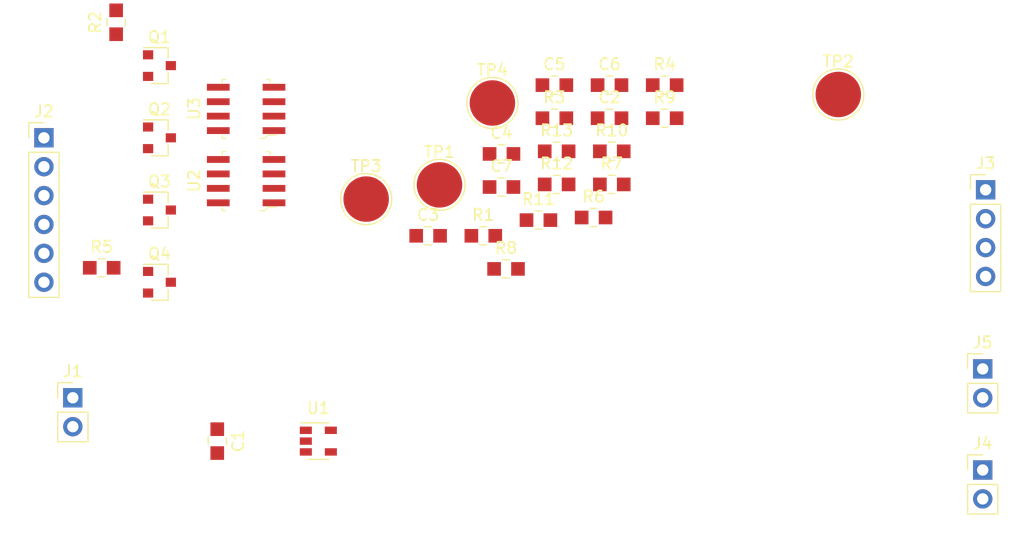
<source format=kicad_pcb>
(kicad_pcb (version 20171130) (host pcbnew 5.1.5-52549c5~84~ubuntu16.04.1)

  (general
    (thickness 1.6)
    (drawings 0)
    (tracks 0)
    (zones 0)
    (modules 36)
    (nets 24)
  )

  (page A4)
  (layers
    (0 F.Cu signal)
    (31 B.Cu signal)
    (32 B.Adhes user)
    (33 F.Adhes user)
    (34 B.Paste user)
    (35 F.Paste user)
    (36 B.SilkS user)
    (37 F.SilkS user)
    (38 B.Mask user)
    (39 F.Mask user)
    (40 Dwgs.User user)
    (41 Cmts.User user)
    (42 Eco1.User user)
    (43 Eco2.User user)
    (44 Edge.Cuts user)
    (45 Margin user)
    (46 B.CrtYd user)
    (47 F.CrtYd user)
    (48 B.Fab user)
    (49 F.Fab user)
  )

  (setup
    (last_trace_width 0.25)
    (trace_clearance 0.2)
    (zone_clearance 0.508)
    (zone_45_only no)
    (trace_min 0.2)
    (via_size 0.8)
    (via_drill 0.4)
    (via_min_size 0.4)
    (via_min_drill 0.3)
    (uvia_size 0.3)
    (uvia_drill 0.1)
    (uvias_allowed no)
    (uvia_min_size 0.2)
    (uvia_min_drill 0.1)
    (edge_width 0.05)
    (segment_width 0.2)
    (pcb_text_width 0.3)
    (pcb_text_size 1.5 1.5)
    (mod_edge_width 0.12)
    (mod_text_size 1 1)
    (mod_text_width 0.15)
    (pad_size 1.524 1.524)
    (pad_drill 0.762)
    (pad_to_mask_clearance 0.051)
    (solder_mask_min_width 0.25)
    (aux_axis_origin 0 0)
    (visible_elements FFFFFF7F)
    (pcbplotparams
      (layerselection 0x010fc_ffffffff)
      (usegerberextensions false)
      (usegerberattributes false)
      (usegerberadvancedattributes false)
      (creategerberjobfile false)
      (excludeedgelayer true)
      (linewidth 0.100000)
      (plotframeref false)
      (viasonmask false)
      (mode 1)
      (useauxorigin false)
      (hpglpennumber 1)
      (hpglpenspeed 20)
      (hpglpendiameter 15.000000)
      (psnegative false)
      (psa4output false)
      (plotreference true)
      (plotvalue true)
      (plotinvisibletext false)
      (padsonsilk false)
      (subtractmaskfromsilk false)
      (outputformat 1)
      (mirror false)
      (drillshape 1)
      (scaleselection 1)
      (outputdirectory ""))
  )

  (net 0 "")
  (net 1 +12V)
  (net 2 GND)
  (net 3 /12V_EL_2)
  (net 4 /12V_EL_1)
  (net 5 /12V_AZ_2)
  (net 6 /12V_AZ_1)
  (net 7 "Net-(C6-Pad1)")
  (net 8 +5V)
  (net 9 /5V_EL_2)
  (net 10 /5V_EL_1)
  (net 11 /5V_AZ_2)
  (net 12 /5V_AZ_1)
  (net 13 "Net-(Q1-Pad3)")
  (net 14 "Net-(Q2-Pad3)")
  (net 15 "Net-(Q3-Pad3)")
  (net 16 "Net-(Q4-Pad3)")
  (net 17 "Net-(R1-Pad1)")
  (net 18 "Net-(R6-Pad1)")
  (net 19 "Net-(R7-Pad1)")
  (net 20 "Net-(R8-Pad1)")
  (net 21 "Net-(R9-Pad1)")
  (net 22 "Net-(J5-Pad2)")
  (net 23 "Net-(J5-Pad1)")

  (net_class Default "This is the default net class."
    (clearance 0.2)
    (trace_width 0.25)
    (via_dia 0.8)
    (via_drill 0.4)
    (uvia_dia 0.3)
    (uvia_drill 0.1)
    (add_net +12V)
    (add_net +5V)
    (add_net /12V_AZ_1)
    (add_net /12V_AZ_2)
    (add_net /12V_EL_1)
    (add_net /12V_EL_2)
    (add_net /5V_AZ_1)
    (add_net /5V_AZ_2)
    (add_net /5V_EL_1)
    (add_net /5V_EL_2)
    (add_net GND)
    (add_net "Net-(C6-Pad1)")
    (add_net "Net-(J5-Pad1)")
    (add_net "Net-(J5-Pad2)")
    (add_net "Net-(Q1-Pad3)")
    (add_net "Net-(Q2-Pad3)")
    (add_net "Net-(Q3-Pad3)")
    (add_net "Net-(Q4-Pad3)")
    (add_net "Net-(R1-Pad1)")
    (add_net "Net-(R6-Pad1)")
    (add_net "Net-(R7-Pad1)")
    (add_net "Net-(R8-Pad1)")
    (add_net "Net-(R9-Pad1)")
  )

  (module Connector_PinHeader_2.54mm:PinHeader_1x02_P2.54mm_Vertical (layer F.Cu) (tedit 59FED5CC) (tstamp 5E201207)
    (at 176.53 105.41)
    (descr "Through hole straight pin header, 1x02, 2.54mm pitch, single row")
    (tags "Through hole pin header THT 1x02 2.54mm single row")
    (path /5E224E89)
    (fp_text reference J5 (at 0 -2.33) (layer F.SilkS)
      (effects (font (size 1 1) (thickness 0.15)))
    )
    (fp_text value 12V_OUT (at 0 4.87) (layer F.Fab)
      (effects (font (size 1 1) (thickness 0.15)))
    )
    (fp_text user %R (at 0 1.27 90) (layer F.Fab)
      (effects (font (size 1 1) (thickness 0.15)))
    )
    (fp_line (start 1.8 -1.8) (end -1.8 -1.8) (layer F.CrtYd) (width 0.05))
    (fp_line (start 1.8 4.35) (end 1.8 -1.8) (layer F.CrtYd) (width 0.05))
    (fp_line (start -1.8 4.35) (end 1.8 4.35) (layer F.CrtYd) (width 0.05))
    (fp_line (start -1.8 -1.8) (end -1.8 4.35) (layer F.CrtYd) (width 0.05))
    (fp_line (start -1.33 -1.33) (end 0 -1.33) (layer F.SilkS) (width 0.12))
    (fp_line (start -1.33 0) (end -1.33 -1.33) (layer F.SilkS) (width 0.12))
    (fp_line (start -1.33 1.27) (end 1.33 1.27) (layer F.SilkS) (width 0.12))
    (fp_line (start 1.33 1.27) (end 1.33 3.87) (layer F.SilkS) (width 0.12))
    (fp_line (start -1.33 1.27) (end -1.33 3.87) (layer F.SilkS) (width 0.12))
    (fp_line (start -1.33 3.87) (end 1.33 3.87) (layer F.SilkS) (width 0.12))
    (fp_line (start -1.27 -0.635) (end -0.635 -1.27) (layer F.Fab) (width 0.1))
    (fp_line (start -1.27 3.81) (end -1.27 -0.635) (layer F.Fab) (width 0.1))
    (fp_line (start 1.27 3.81) (end -1.27 3.81) (layer F.Fab) (width 0.1))
    (fp_line (start 1.27 -1.27) (end 1.27 3.81) (layer F.Fab) (width 0.1))
    (fp_line (start -0.635 -1.27) (end 1.27 -1.27) (layer F.Fab) (width 0.1))
    (pad 2 thru_hole oval (at 0 2.54) (size 1.7 1.7) (drill 1) (layers *.Cu *.Mask)
      (net 22 "Net-(J5-Pad2)"))
    (pad 1 thru_hole rect (at 0 0) (size 1.7 1.7) (drill 1) (layers *.Cu *.Mask)
      (net 23 "Net-(J5-Pad1)"))
    (model ${KISYS3DMOD}/Connector_PinHeader_2.54mm.3dshapes/PinHeader_1x02_P2.54mm_Vertical.wrl
      (at (xyz 0 0 0))
      (scale (xyz 1 1 1))
      (rotate (xyz 0 0 0))
    )
  )

  (module Connector_PinHeader_2.54mm:PinHeader_1x02_P2.54mm_Vertical (layer F.Cu) (tedit 59FED5CC) (tstamp 5E2011F1)
    (at 176.53 114.3)
    (descr "Through hole straight pin header, 1x02, 2.54mm pitch, single row")
    (tags "Through hole pin header THT 1x02 2.54mm single row")
    (path /5E227D85)
    (fp_text reference J4 (at 0 -2.33) (layer F.SilkS)
      (effects (font (size 1 1) (thickness 0.15)))
    )
    (fp_text value 5V_OUT (at 0 4.87) (layer F.Fab)
      (effects (font (size 1 1) (thickness 0.15)))
    )
    (fp_text user %R (at 0 1.27 90) (layer F.Fab)
      (effects (font (size 1 1) (thickness 0.15)))
    )
    (fp_line (start 1.8 -1.8) (end -1.8 -1.8) (layer F.CrtYd) (width 0.05))
    (fp_line (start 1.8 4.35) (end 1.8 -1.8) (layer F.CrtYd) (width 0.05))
    (fp_line (start -1.8 4.35) (end 1.8 4.35) (layer F.CrtYd) (width 0.05))
    (fp_line (start -1.8 -1.8) (end -1.8 4.35) (layer F.CrtYd) (width 0.05))
    (fp_line (start -1.33 -1.33) (end 0 -1.33) (layer F.SilkS) (width 0.12))
    (fp_line (start -1.33 0) (end -1.33 -1.33) (layer F.SilkS) (width 0.12))
    (fp_line (start -1.33 1.27) (end 1.33 1.27) (layer F.SilkS) (width 0.12))
    (fp_line (start 1.33 1.27) (end 1.33 3.87) (layer F.SilkS) (width 0.12))
    (fp_line (start -1.33 1.27) (end -1.33 3.87) (layer F.SilkS) (width 0.12))
    (fp_line (start -1.33 3.87) (end 1.33 3.87) (layer F.SilkS) (width 0.12))
    (fp_line (start -1.27 -0.635) (end -0.635 -1.27) (layer F.Fab) (width 0.1))
    (fp_line (start -1.27 3.81) (end -1.27 -0.635) (layer F.Fab) (width 0.1))
    (fp_line (start 1.27 3.81) (end -1.27 3.81) (layer F.Fab) (width 0.1))
    (fp_line (start 1.27 -1.27) (end 1.27 3.81) (layer F.Fab) (width 0.1))
    (fp_line (start -0.635 -1.27) (end 1.27 -1.27) (layer F.Fab) (width 0.1))
    (pad 2 thru_hole oval (at 0 2.54) (size 1.7 1.7) (drill 1) (layers *.Cu *.Mask)
      (net 2 GND))
    (pad 1 thru_hole rect (at 0 0) (size 1.7 1.7) (drill 1) (layers *.Cu *.Mask)
      (net 8 +5V))
    (model ${KISYS3DMOD}/Connector_PinHeader_2.54mm.3dshapes/PinHeader_1x02_P2.54mm_Vertical.wrl
      (at (xyz 0 0 0))
      (scale (xyz 1 1 1))
      (rotate (xyz 0 0 0))
    )
  )

  (module Connector_PinHeader_2.54mm:PinHeader_1x06_P2.54mm_Vertical (layer F.Cu) (tedit 59FED5CC) (tstamp 5E2008CB)
    (at 93.98 85.09)
    (descr "Through hole straight pin header, 1x06, 2.54mm pitch, single row")
    (tags "Through hole pin header THT 1x06 2.54mm single row")
    (path /5E209B78)
    (fp_text reference J2 (at 0 -2.33) (layer F.SilkS)
      (effects (font (size 1 1) (thickness 0.15)))
    )
    (fp_text value QUAD_12V (at 0 15.03) (layer F.Fab)
      (effects (font (size 1 1) (thickness 0.15)))
    )
    (fp_text user %R (at 0 6.35 90) (layer F.Fab)
      (effects (font (size 1 1) (thickness 0.15)))
    )
    (fp_line (start 1.8 -1.8) (end -1.8 -1.8) (layer F.CrtYd) (width 0.05))
    (fp_line (start 1.8 14.5) (end 1.8 -1.8) (layer F.CrtYd) (width 0.05))
    (fp_line (start -1.8 14.5) (end 1.8 14.5) (layer F.CrtYd) (width 0.05))
    (fp_line (start -1.8 -1.8) (end -1.8 14.5) (layer F.CrtYd) (width 0.05))
    (fp_line (start -1.33 -1.33) (end 0 -1.33) (layer F.SilkS) (width 0.12))
    (fp_line (start -1.33 0) (end -1.33 -1.33) (layer F.SilkS) (width 0.12))
    (fp_line (start -1.33 1.27) (end 1.33 1.27) (layer F.SilkS) (width 0.12))
    (fp_line (start 1.33 1.27) (end 1.33 14.03) (layer F.SilkS) (width 0.12))
    (fp_line (start -1.33 1.27) (end -1.33 14.03) (layer F.SilkS) (width 0.12))
    (fp_line (start -1.33 14.03) (end 1.33 14.03) (layer F.SilkS) (width 0.12))
    (fp_line (start -1.27 -0.635) (end -0.635 -1.27) (layer F.Fab) (width 0.1))
    (fp_line (start -1.27 13.97) (end -1.27 -0.635) (layer F.Fab) (width 0.1))
    (fp_line (start 1.27 13.97) (end -1.27 13.97) (layer F.Fab) (width 0.1))
    (fp_line (start 1.27 -1.27) (end 1.27 13.97) (layer F.Fab) (width 0.1))
    (fp_line (start -0.635 -1.27) (end 1.27 -1.27) (layer F.Fab) (width 0.1))
    (pad 6 thru_hole oval (at 0 12.7) (size 1.7 1.7) (drill 1) (layers *.Cu *.Mask)
      (net 2 GND))
    (pad 5 thru_hole oval (at 0 10.16) (size 1.7 1.7) (drill 1) (layers *.Cu *.Mask)
      (net 1 +12V))
    (pad 4 thru_hole oval (at 0 7.62) (size 1.7 1.7) (drill 1) (layers *.Cu *.Mask)
      (net 6 /12V_AZ_1))
    (pad 3 thru_hole oval (at 0 5.08) (size 1.7 1.7) (drill 1) (layers *.Cu *.Mask)
      (net 5 /12V_AZ_2))
    (pad 2 thru_hole oval (at 0 2.54) (size 1.7 1.7) (drill 1) (layers *.Cu *.Mask)
      (net 4 /12V_EL_1))
    (pad 1 thru_hole rect (at 0 0) (size 1.7 1.7) (drill 1) (layers *.Cu *.Mask)
      (net 3 /12V_EL_2))
    (model ${KISYS3DMOD}/Connector_PinHeader_2.54mm.3dshapes/PinHeader_1x06_P2.54mm_Vertical.wrl
      (at (xyz 0 0 0))
      (scale (xyz 1 1 1))
      (rotate (xyz 0 0 0))
    )
  )

  (module digikey-footprints:0805 (layer F.Cu) (tedit 5D288D36) (tstamp 5E20573C)
    (at 109.22 111.76 270)
    (path /5E2B45A6)
    (attr smd)
    (fp_text reference C1 (at 0 -1.84 90) (layer F.SilkS)
      (effects (font (size 1 1) (thickness 0.15)))
    )
    (fp_text value 10uF (at 0 1.95 90) (layer F.Fab)
      (effects (font (size 1 1) (thickness 0.15)))
    )
    (fp_line (start -0.95 -0.675) (end -0.95 0.675) (layer F.Fab) (width 0.12))
    (fp_line (start 0.95 -0.675) (end 0.95 0.675) (layer F.Fab) (width 0.12))
    (fp_line (start -0.95 -0.68) (end 0.95 -0.68) (layer F.Fab) (width 0.12))
    (fp_line (start -0.95 0.68) (end 0.95 0.68) (layer F.Fab) (width 0.12))
    (fp_line (start -0.3 -0.8) (end 0.3 -0.8) (layer F.SilkS) (width 0.12))
    (fp_line (start -0.32 0.8) (end 0.28 0.8) (layer F.SilkS) (width 0.12))
    (fp_line (start -1.9 0.93) (end -1.9 -0.93) (layer F.CrtYd) (width 0.05))
    (fp_line (start 1.9 0.93) (end 1.9 -0.93) (layer F.CrtYd) (width 0.05))
    (fp_line (start -1.9 -0.93) (end 1.9 -0.93) (layer F.CrtYd) (width 0.05))
    (fp_line (start -1.9 0.93) (end 1.9 0.93) (layer F.CrtYd) (width 0.05))
    (pad 1 smd rect (at -1.05 0 270) (size 1.2 1.2) (layers F.Cu F.Paste F.Mask)
      (net 1 +12V))
    (pad 2 smd rect (at 1.05 0 270) (size 1.2 1.2) (layers F.Cu F.Paste F.Mask)
      (net 2 GND))
  )

  (module digikey-footprints:0805 (layer F.Cu) (tedit 5D288D36) (tstamp 5E20574C)
    (at 143.715001 83.367001)
    (path /5E202EF2)
    (attr smd)
    (fp_text reference C2 (at 0 -1.84) (layer F.SilkS)
      (effects (font (size 1 1) (thickness 0.15)))
    )
    (fp_text value DNP (at 0 1.95) (layer F.Fab)
      (effects (font (size 1 1) (thickness 0.15)))
    )
    (fp_line (start -0.95 -0.675) (end -0.95 0.675) (layer F.Fab) (width 0.12))
    (fp_line (start 0.95 -0.675) (end 0.95 0.675) (layer F.Fab) (width 0.12))
    (fp_line (start -0.95 -0.68) (end 0.95 -0.68) (layer F.Fab) (width 0.12))
    (fp_line (start -0.95 0.68) (end 0.95 0.68) (layer F.Fab) (width 0.12))
    (fp_line (start -0.3 -0.8) (end 0.3 -0.8) (layer F.SilkS) (width 0.12))
    (fp_line (start -0.32 0.8) (end 0.28 0.8) (layer F.SilkS) (width 0.12))
    (fp_line (start -1.9 0.93) (end -1.9 -0.93) (layer F.CrtYd) (width 0.05))
    (fp_line (start 1.9 0.93) (end 1.9 -0.93) (layer F.CrtYd) (width 0.05))
    (fp_line (start -1.9 -0.93) (end 1.9 -0.93) (layer F.CrtYd) (width 0.05))
    (fp_line (start -1.9 0.93) (end 1.9 0.93) (layer F.CrtYd) (width 0.05))
    (pad 1 smd rect (at -1.05 0) (size 1.2 1.2) (layers F.Cu F.Paste F.Mask)
      (net 3 /12V_EL_2))
    (pad 2 smd rect (at 1.05 0) (size 1.2 1.2) (layers F.Cu F.Paste F.Mask)
      (net 2 GND))
  )

  (module digikey-footprints:0805 (layer F.Cu) (tedit 5D288D36) (tstamp 5E20575C)
    (at 127.765001 93.707001)
    (path /5E21CB6E)
    (attr smd)
    (fp_text reference C3 (at 0 -1.84) (layer F.SilkS)
      (effects (font (size 1 1) (thickness 0.15)))
    )
    (fp_text value DNP (at 0 1.95) (layer F.Fab)
      (effects (font (size 1 1) (thickness 0.15)))
    )
    (fp_line (start -1.9 0.93) (end 1.9 0.93) (layer F.CrtYd) (width 0.05))
    (fp_line (start -1.9 -0.93) (end 1.9 -0.93) (layer F.CrtYd) (width 0.05))
    (fp_line (start 1.9 0.93) (end 1.9 -0.93) (layer F.CrtYd) (width 0.05))
    (fp_line (start -1.9 0.93) (end -1.9 -0.93) (layer F.CrtYd) (width 0.05))
    (fp_line (start -0.32 0.8) (end 0.28 0.8) (layer F.SilkS) (width 0.12))
    (fp_line (start -0.3 -0.8) (end 0.3 -0.8) (layer F.SilkS) (width 0.12))
    (fp_line (start -0.95 0.68) (end 0.95 0.68) (layer F.Fab) (width 0.12))
    (fp_line (start -0.95 -0.68) (end 0.95 -0.68) (layer F.Fab) (width 0.12))
    (fp_line (start 0.95 -0.675) (end 0.95 0.675) (layer F.Fab) (width 0.12))
    (fp_line (start -0.95 -0.675) (end -0.95 0.675) (layer F.Fab) (width 0.12))
    (pad 2 smd rect (at 1.05 0) (size 1.2 1.2) (layers F.Cu F.Paste F.Mask)
      (net 2 GND))
    (pad 1 smd rect (at -1.05 0) (size 1.2 1.2) (layers F.Cu F.Paste F.Mask)
      (net 4 /12V_EL_1))
  )

  (module digikey-footprints:0805 (layer F.Cu) (tedit 5D288D36) (tstamp 5E20576C)
    (at 134.215001 86.507001)
    (path /5E255A21)
    (attr smd)
    (fp_text reference C4 (at 0 -1.84) (layer F.SilkS)
      (effects (font (size 1 1) (thickness 0.15)))
    )
    (fp_text value DNP (at 0 1.95) (layer F.Fab)
      (effects (font (size 1 1) (thickness 0.15)))
    )
    (fp_line (start -0.95 -0.675) (end -0.95 0.675) (layer F.Fab) (width 0.12))
    (fp_line (start 0.95 -0.675) (end 0.95 0.675) (layer F.Fab) (width 0.12))
    (fp_line (start -0.95 -0.68) (end 0.95 -0.68) (layer F.Fab) (width 0.12))
    (fp_line (start -0.95 0.68) (end 0.95 0.68) (layer F.Fab) (width 0.12))
    (fp_line (start -0.3 -0.8) (end 0.3 -0.8) (layer F.SilkS) (width 0.12))
    (fp_line (start -0.32 0.8) (end 0.28 0.8) (layer F.SilkS) (width 0.12))
    (fp_line (start -1.9 0.93) (end -1.9 -0.93) (layer F.CrtYd) (width 0.05))
    (fp_line (start 1.9 0.93) (end 1.9 -0.93) (layer F.CrtYd) (width 0.05))
    (fp_line (start -1.9 -0.93) (end 1.9 -0.93) (layer F.CrtYd) (width 0.05))
    (fp_line (start -1.9 0.93) (end 1.9 0.93) (layer F.CrtYd) (width 0.05))
    (pad 1 smd rect (at -1.05 0) (size 1.2 1.2) (layers F.Cu F.Paste F.Mask)
      (net 5 /12V_AZ_2))
    (pad 2 smd rect (at 1.05 0) (size 1.2 1.2) (layers F.Cu F.Paste F.Mask)
      (net 2 GND))
  )

  (module digikey-footprints:0805 (layer F.Cu) (tedit 5D288D36) (tstamp 5E20577C)
    (at 138.865001 80.457001)
    (path /5E2603DC)
    (attr smd)
    (fp_text reference C5 (at 0 -1.84) (layer F.SilkS)
      (effects (font (size 1 1) (thickness 0.15)))
    )
    (fp_text value DNP (at 0 1.95) (layer F.Fab)
      (effects (font (size 1 1) (thickness 0.15)))
    )
    (fp_line (start -1.9 0.93) (end 1.9 0.93) (layer F.CrtYd) (width 0.05))
    (fp_line (start -1.9 -0.93) (end 1.9 -0.93) (layer F.CrtYd) (width 0.05))
    (fp_line (start 1.9 0.93) (end 1.9 -0.93) (layer F.CrtYd) (width 0.05))
    (fp_line (start -1.9 0.93) (end -1.9 -0.93) (layer F.CrtYd) (width 0.05))
    (fp_line (start -0.32 0.8) (end 0.28 0.8) (layer F.SilkS) (width 0.12))
    (fp_line (start -0.3 -0.8) (end 0.3 -0.8) (layer F.SilkS) (width 0.12))
    (fp_line (start -0.95 0.68) (end 0.95 0.68) (layer F.Fab) (width 0.12))
    (fp_line (start -0.95 -0.68) (end 0.95 -0.68) (layer F.Fab) (width 0.12))
    (fp_line (start 0.95 -0.675) (end 0.95 0.675) (layer F.Fab) (width 0.12))
    (fp_line (start -0.95 -0.675) (end -0.95 0.675) (layer F.Fab) (width 0.12))
    (pad 2 smd rect (at 1.05 0) (size 1.2 1.2) (layers F.Cu F.Paste F.Mask)
      (net 2 GND))
    (pad 1 smd rect (at -1.05 0) (size 1.2 1.2) (layers F.Cu F.Paste F.Mask)
      (net 6 /12V_AZ_1))
  )

  (module digikey-footprints:0805 (layer F.Cu) (tedit 5D288D36) (tstamp 5E20578C)
    (at 143.715001 80.457001)
    (path /5E2B72A5)
    (attr smd)
    (fp_text reference C6 (at 0 -1.84) (layer F.SilkS)
      (effects (font (size 1 1) (thickness 0.15)))
    )
    (fp_text value 1uF (at 0 1.95) (layer F.Fab)
      (effects (font (size 1 1) (thickness 0.15)))
    )
    (fp_line (start -0.95 -0.675) (end -0.95 0.675) (layer F.Fab) (width 0.12))
    (fp_line (start 0.95 -0.675) (end 0.95 0.675) (layer F.Fab) (width 0.12))
    (fp_line (start -0.95 -0.68) (end 0.95 -0.68) (layer F.Fab) (width 0.12))
    (fp_line (start -0.95 0.68) (end 0.95 0.68) (layer F.Fab) (width 0.12))
    (fp_line (start -0.3 -0.8) (end 0.3 -0.8) (layer F.SilkS) (width 0.12))
    (fp_line (start -0.32 0.8) (end 0.28 0.8) (layer F.SilkS) (width 0.12))
    (fp_line (start -1.9 0.93) (end -1.9 -0.93) (layer F.CrtYd) (width 0.05))
    (fp_line (start 1.9 0.93) (end 1.9 -0.93) (layer F.CrtYd) (width 0.05))
    (fp_line (start -1.9 -0.93) (end 1.9 -0.93) (layer F.CrtYd) (width 0.05))
    (fp_line (start -1.9 0.93) (end 1.9 0.93) (layer F.CrtYd) (width 0.05))
    (pad 1 smd rect (at -1.05 0) (size 1.2 1.2) (layers F.Cu F.Paste F.Mask)
      (net 7 "Net-(C6-Pad1)"))
    (pad 2 smd rect (at 1.05 0) (size 1.2 1.2) (layers F.Cu F.Paste F.Mask)
      (net 2 GND))
  )

  (module digikey-footprints:0805 (layer F.Cu) (tedit 5D288D36) (tstamp 5E20579C)
    (at 134.215001 89.417001)
    (path /5E2B8067)
    (attr smd)
    (fp_text reference C7 (at 0 -1.84) (layer F.SilkS)
      (effects (font (size 1 1) (thickness 0.15)))
    )
    (fp_text value 1uF (at 0 1.95) (layer F.Fab)
      (effects (font (size 1 1) (thickness 0.15)))
    )
    (fp_line (start -0.95 -0.675) (end -0.95 0.675) (layer F.Fab) (width 0.12))
    (fp_line (start 0.95 -0.675) (end 0.95 0.675) (layer F.Fab) (width 0.12))
    (fp_line (start -0.95 -0.68) (end 0.95 -0.68) (layer F.Fab) (width 0.12))
    (fp_line (start -0.95 0.68) (end 0.95 0.68) (layer F.Fab) (width 0.12))
    (fp_line (start -0.3 -0.8) (end 0.3 -0.8) (layer F.SilkS) (width 0.12))
    (fp_line (start -0.32 0.8) (end 0.28 0.8) (layer F.SilkS) (width 0.12))
    (fp_line (start -1.9 0.93) (end -1.9 -0.93) (layer F.CrtYd) (width 0.05))
    (fp_line (start 1.9 0.93) (end 1.9 -0.93) (layer F.CrtYd) (width 0.05))
    (fp_line (start -1.9 -0.93) (end 1.9 -0.93) (layer F.CrtYd) (width 0.05))
    (fp_line (start -1.9 0.93) (end 1.9 0.93) (layer F.CrtYd) (width 0.05))
    (pad 1 smd rect (at -1.05 0) (size 1.2 1.2) (layers F.Cu F.Paste F.Mask)
      (net 8 +5V))
    (pad 2 smd rect (at 1.05 0) (size 1.2 1.2) (layers F.Cu F.Paste F.Mask)
      (net 2 GND))
  )

  (module Connector_PinHeader_2.54mm:PinHeader_1x02_P2.54mm_Vertical (layer F.Cu) (tedit 59FED5CC) (tstamp 5E2057B2)
    (at 96.52 107.95)
    (descr "Through hole straight pin header, 1x02, 2.54mm pitch, single row")
    (tags "Through hole pin header THT 1x02 2.54mm single row")
    (path /5E2B3B9A)
    (fp_text reference J1 (at 0 -2.33) (layer F.SilkS)
      (effects (font (size 1 1) (thickness 0.15)))
    )
    (fp_text value 12V_IN (at 0 4.87) (layer F.Fab)
      (effects (font (size 1 1) (thickness 0.15)))
    )
    (fp_line (start -0.635 -1.27) (end 1.27 -1.27) (layer F.Fab) (width 0.1))
    (fp_line (start 1.27 -1.27) (end 1.27 3.81) (layer F.Fab) (width 0.1))
    (fp_line (start 1.27 3.81) (end -1.27 3.81) (layer F.Fab) (width 0.1))
    (fp_line (start -1.27 3.81) (end -1.27 -0.635) (layer F.Fab) (width 0.1))
    (fp_line (start -1.27 -0.635) (end -0.635 -1.27) (layer F.Fab) (width 0.1))
    (fp_line (start -1.33 3.87) (end 1.33 3.87) (layer F.SilkS) (width 0.12))
    (fp_line (start -1.33 1.27) (end -1.33 3.87) (layer F.SilkS) (width 0.12))
    (fp_line (start 1.33 1.27) (end 1.33 3.87) (layer F.SilkS) (width 0.12))
    (fp_line (start -1.33 1.27) (end 1.33 1.27) (layer F.SilkS) (width 0.12))
    (fp_line (start -1.33 0) (end -1.33 -1.33) (layer F.SilkS) (width 0.12))
    (fp_line (start -1.33 -1.33) (end 0 -1.33) (layer F.SilkS) (width 0.12))
    (fp_line (start -1.8 -1.8) (end -1.8 4.35) (layer F.CrtYd) (width 0.05))
    (fp_line (start -1.8 4.35) (end 1.8 4.35) (layer F.CrtYd) (width 0.05))
    (fp_line (start 1.8 4.35) (end 1.8 -1.8) (layer F.CrtYd) (width 0.05))
    (fp_line (start 1.8 -1.8) (end -1.8 -1.8) (layer F.CrtYd) (width 0.05))
    (fp_text user %R (at 0 1.27 90) (layer F.Fab)
      (effects (font (size 1 1) (thickness 0.15)))
    )
    (pad 1 thru_hole rect (at 0 0) (size 1.7 1.7) (drill 1) (layers *.Cu *.Mask)
      (net 1 +12V))
    (pad 2 thru_hole oval (at 0 2.54) (size 1.7 1.7) (drill 1) (layers *.Cu *.Mask)
      (net 2 GND))
    (model ${KISYS3DMOD}/Connector_PinHeader_2.54mm.3dshapes/PinHeader_1x02_P2.54mm_Vertical.wrl
      (at (xyz 0 0 0))
      (scale (xyz 1 1 1))
      (rotate (xyz 0 0 0))
    )
  )

  (module Connector_PinHeader_2.54mm:PinHeader_1x04_P2.54mm_Vertical (layer F.Cu) (tedit 59FED5CC) (tstamp 5E2057E2)
    (at 176.784 89.662)
    (descr "Through hole straight pin header, 1x04, 2.54mm pitch, single row")
    (tags "Through hole pin header THT 1x04 2.54mm single row")
    (path /5E273CBA)
    (fp_text reference J3 (at 0 -2.33) (layer F.SilkS)
      (effects (font (size 1 1) (thickness 0.15)))
    )
    (fp_text value QUAD_5V (at 0 9.95) (layer F.Fab)
      (effects (font (size 1 1) (thickness 0.15)))
    )
    (fp_line (start -0.635 -1.27) (end 1.27 -1.27) (layer F.Fab) (width 0.1))
    (fp_line (start 1.27 -1.27) (end 1.27 8.89) (layer F.Fab) (width 0.1))
    (fp_line (start 1.27 8.89) (end -1.27 8.89) (layer F.Fab) (width 0.1))
    (fp_line (start -1.27 8.89) (end -1.27 -0.635) (layer F.Fab) (width 0.1))
    (fp_line (start -1.27 -0.635) (end -0.635 -1.27) (layer F.Fab) (width 0.1))
    (fp_line (start -1.33 8.95) (end 1.33 8.95) (layer F.SilkS) (width 0.12))
    (fp_line (start -1.33 1.27) (end -1.33 8.95) (layer F.SilkS) (width 0.12))
    (fp_line (start 1.33 1.27) (end 1.33 8.95) (layer F.SilkS) (width 0.12))
    (fp_line (start -1.33 1.27) (end 1.33 1.27) (layer F.SilkS) (width 0.12))
    (fp_line (start -1.33 0) (end -1.33 -1.33) (layer F.SilkS) (width 0.12))
    (fp_line (start -1.33 -1.33) (end 0 -1.33) (layer F.SilkS) (width 0.12))
    (fp_line (start -1.8 -1.8) (end -1.8 9.4) (layer F.CrtYd) (width 0.05))
    (fp_line (start -1.8 9.4) (end 1.8 9.4) (layer F.CrtYd) (width 0.05))
    (fp_line (start 1.8 9.4) (end 1.8 -1.8) (layer F.CrtYd) (width 0.05))
    (fp_line (start 1.8 -1.8) (end -1.8 -1.8) (layer F.CrtYd) (width 0.05))
    (fp_text user %R (at 0 3.81 90) (layer F.Fab)
      (effects (font (size 1 1) (thickness 0.15)))
    )
    (pad 1 thru_hole rect (at 0 0) (size 1.7 1.7) (drill 1) (layers *.Cu *.Mask)
      (net 9 /5V_EL_2))
    (pad 2 thru_hole oval (at 0 2.54) (size 1.7 1.7) (drill 1) (layers *.Cu *.Mask)
      (net 10 /5V_EL_1))
    (pad 3 thru_hole oval (at 0 5.08) (size 1.7 1.7) (drill 1) (layers *.Cu *.Mask)
      (net 11 /5V_AZ_2))
    (pad 4 thru_hole oval (at 0 7.62) (size 1.7 1.7) (drill 1) (layers *.Cu *.Mask)
      (net 12 /5V_AZ_1))
    (model ${KISYS3DMOD}/Connector_PinHeader_2.54mm.3dshapes/PinHeader_1x04_P2.54mm_Vertical.wrl
      (at (xyz 0 0 0))
      (scale (xyz 1 1 1))
      (rotate (xyz 0 0 0))
    )
  )

  (module Package_TO_SOT_SMD:SOT-23 (layer F.Cu) (tedit 5A02FF57) (tstamp 5E2057F7)
    (at 104.14 78.74)
    (descr "SOT-23, Standard")
    (tags SOT-23)
    (path /5E228156)
    (attr smd)
    (fp_text reference Q1 (at 0 -2.5) (layer F.SilkS)
      (effects (font (size 1 1) (thickness 0.15)))
    )
    (fp_text value DMG3414U (at 0 2.5) (layer F.Fab)
      (effects (font (size 1 1) (thickness 0.15)))
    )
    (fp_line (start 0.76 1.58) (end -0.7 1.58) (layer F.SilkS) (width 0.12))
    (fp_line (start 0.76 -1.58) (end -1.4 -1.58) (layer F.SilkS) (width 0.12))
    (fp_line (start -1.7 1.75) (end -1.7 -1.75) (layer F.CrtYd) (width 0.05))
    (fp_line (start 1.7 1.75) (end -1.7 1.75) (layer F.CrtYd) (width 0.05))
    (fp_line (start 1.7 -1.75) (end 1.7 1.75) (layer F.CrtYd) (width 0.05))
    (fp_line (start -1.7 -1.75) (end 1.7 -1.75) (layer F.CrtYd) (width 0.05))
    (fp_line (start 0.76 -1.58) (end 0.76 -0.65) (layer F.SilkS) (width 0.12))
    (fp_line (start 0.76 1.58) (end 0.76 0.65) (layer F.SilkS) (width 0.12))
    (fp_line (start -0.7 1.52) (end 0.7 1.52) (layer F.Fab) (width 0.1))
    (fp_line (start 0.7 -1.52) (end 0.7 1.52) (layer F.Fab) (width 0.1))
    (fp_line (start -0.7 -0.95) (end -0.15 -1.52) (layer F.Fab) (width 0.1))
    (fp_line (start -0.15 -1.52) (end 0.7 -1.52) (layer F.Fab) (width 0.1))
    (fp_line (start -0.7 -0.95) (end -0.7 1.5) (layer F.Fab) (width 0.1))
    (fp_text user %R (at 0 0 90) (layer F.Fab)
      (effects (font (size 0.5 0.5) (thickness 0.075)))
    )
    (pad 3 smd rect (at 1 0) (size 0.9 0.8) (layers F.Cu F.Paste F.Mask)
      (net 13 "Net-(Q1-Pad3)"))
    (pad 2 smd rect (at -1 0.95) (size 0.9 0.8) (layers F.Cu F.Paste F.Mask)
      (net 2 GND))
    (pad 1 smd rect (at -1 -0.95) (size 0.9 0.8) (layers F.Cu F.Paste F.Mask)
      (net 3 /12V_EL_2))
    (model ${KISYS3DMOD}/Package_TO_SOT_SMD.3dshapes/SOT-23.wrl
      (at (xyz 0 0 0))
      (scale (xyz 1 1 1))
      (rotate (xyz 0 0 0))
    )
  )

  (module Package_TO_SOT_SMD:SOT-23 (layer F.Cu) (tedit 5A02FF57) (tstamp 5E20580C)
    (at 104.14 85.09)
    (descr "SOT-23, Standard")
    (tags SOT-23)
    (path /5E234DAA)
    (attr smd)
    (fp_text reference Q2 (at 0 -2.5) (layer F.SilkS)
      (effects (font (size 1 1) (thickness 0.15)))
    )
    (fp_text value DMG3414U (at 0 2.5) (layer F.Fab)
      (effects (font (size 1 1) (thickness 0.15)))
    )
    (fp_text user %R (at 0 0 90) (layer F.Fab)
      (effects (font (size 0.5 0.5) (thickness 0.075)))
    )
    (fp_line (start -0.7 -0.95) (end -0.7 1.5) (layer F.Fab) (width 0.1))
    (fp_line (start -0.15 -1.52) (end 0.7 -1.52) (layer F.Fab) (width 0.1))
    (fp_line (start -0.7 -0.95) (end -0.15 -1.52) (layer F.Fab) (width 0.1))
    (fp_line (start 0.7 -1.52) (end 0.7 1.52) (layer F.Fab) (width 0.1))
    (fp_line (start -0.7 1.52) (end 0.7 1.52) (layer F.Fab) (width 0.1))
    (fp_line (start 0.76 1.58) (end 0.76 0.65) (layer F.SilkS) (width 0.12))
    (fp_line (start 0.76 -1.58) (end 0.76 -0.65) (layer F.SilkS) (width 0.12))
    (fp_line (start -1.7 -1.75) (end 1.7 -1.75) (layer F.CrtYd) (width 0.05))
    (fp_line (start 1.7 -1.75) (end 1.7 1.75) (layer F.CrtYd) (width 0.05))
    (fp_line (start 1.7 1.75) (end -1.7 1.75) (layer F.CrtYd) (width 0.05))
    (fp_line (start -1.7 1.75) (end -1.7 -1.75) (layer F.CrtYd) (width 0.05))
    (fp_line (start 0.76 -1.58) (end -1.4 -1.58) (layer F.SilkS) (width 0.12))
    (fp_line (start 0.76 1.58) (end -0.7 1.58) (layer F.SilkS) (width 0.12))
    (pad 1 smd rect (at -1 -0.95) (size 0.9 0.8) (layers F.Cu F.Paste F.Mask)
      (net 4 /12V_EL_1))
    (pad 2 smd rect (at -1 0.95) (size 0.9 0.8) (layers F.Cu F.Paste F.Mask)
      (net 2 GND))
    (pad 3 smd rect (at 1 0) (size 0.9 0.8) (layers F.Cu F.Paste F.Mask)
      (net 14 "Net-(Q2-Pad3)"))
    (model ${KISYS3DMOD}/Package_TO_SOT_SMD.3dshapes/SOT-23.wrl
      (at (xyz 0 0 0))
      (scale (xyz 1 1 1))
      (rotate (xyz 0 0 0))
    )
  )

  (module Package_TO_SOT_SMD:SOT-23 (layer F.Cu) (tedit 5A02FF57) (tstamp 5E205821)
    (at 104.14 91.44)
    (descr "SOT-23, Standard")
    (tags SOT-23)
    (path /5E258BC5)
    (attr smd)
    (fp_text reference Q3 (at 0 -2.5) (layer F.SilkS)
      (effects (font (size 1 1) (thickness 0.15)))
    )
    (fp_text value DMG3414U (at 0 2.5) (layer F.Fab)
      (effects (font (size 1 1) (thickness 0.15)))
    )
    (fp_line (start 0.76 1.58) (end -0.7 1.58) (layer F.SilkS) (width 0.12))
    (fp_line (start 0.76 -1.58) (end -1.4 -1.58) (layer F.SilkS) (width 0.12))
    (fp_line (start -1.7 1.75) (end -1.7 -1.75) (layer F.CrtYd) (width 0.05))
    (fp_line (start 1.7 1.75) (end -1.7 1.75) (layer F.CrtYd) (width 0.05))
    (fp_line (start 1.7 -1.75) (end 1.7 1.75) (layer F.CrtYd) (width 0.05))
    (fp_line (start -1.7 -1.75) (end 1.7 -1.75) (layer F.CrtYd) (width 0.05))
    (fp_line (start 0.76 -1.58) (end 0.76 -0.65) (layer F.SilkS) (width 0.12))
    (fp_line (start 0.76 1.58) (end 0.76 0.65) (layer F.SilkS) (width 0.12))
    (fp_line (start -0.7 1.52) (end 0.7 1.52) (layer F.Fab) (width 0.1))
    (fp_line (start 0.7 -1.52) (end 0.7 1.52) (layer F.Fab) (width 0.1))
    (fp_line (start -0.7 -0.95) (end -0.15 -1.52) (layer F.Fab) (width 0.1))
    (fp_line (start -0.15 -1.52) (end 0.7 -1.52) (layer F.Fab) (width 0.1))
    (fp_line (start -0.7 -0.95) (end -0.7 1.5) (layer F.Fab) (width 0.1))
    (fp_text user %R (at 0 0 90) (layer F.Fab)
      (effects (font (size 0.5 0.5) (thickness 0.075)))
    )
    (pad 3 smd rect (at 1 0) (size 0.9 0.8) (layers F.Cu F.Paste F.Mask)
      (net 15 "Net-(Q3-Pad3)"))
    (pad 2 smd rect (at -1 0.95) (size 0.9 0.8) (layers F.Cu F.Paste F.Mask)
      (net 2 GND))
    (pad 1 smd rect (at -1 -0.95) (size 0.9 0.8) (layers F.Cu F.Paste F.Mask)
      (net 5 /12V_AZ_2))
    (model ${KISYS3DMOD}/Package_TO_SOT_SMD.3dshapes/SOT-23.wrl
      (at (xyz 0 0 0))
      (scale (xyz 1 1 1))
      (rotate (xyz 0 0 0))
    )
  )

  (module Package_TO_SOT_SMD:SOT-23 (layer F.Cu) (tedit 5A02FF57) (tstamp 5E2016D0)
    (at 104.14 97.79)
    (descr "SOT-23, Standard")
    (tags SOT-23)
    (path /5E260E5D)
    (attr smd)
    (fp_text reference Q4 (at 0 -2.5) (layer F.SilkS)
      (effects (font (size 1 1) (thickness 0.15)))
    )
    (fp_text value DMG3414U (at 0 2.5) (layer F.Fab)
      (effects (font (size 1 1) (thickness 0.15)))
    )
    (fp_text user %R (at 0 0 90) (layer F.Fab)
      (effects (font (size 0.5 0.5) (thickness 0.075)))
    )
    (fp_line (start -0.7 -0.95) (end -0.7 1.5) (layer F.Fab) (width 0.1))
    (fp_line (start -0.15 -1.52) (end 0.7 -1.52) (layer F.Fab) (width 0.1))
    (fp_line (start -0.7 -0.95) (end -0.15 -1.52) (layer F.Fab) (width 0.1))
    (fp_line (start 0.7 -1.52) (end 0.7 1.52) (layer F.Fab) (width 0.1))
    (fp_line (start -0.7 1.52) (end 0.7 1.52) (layer F.Fab) (width 0.1))
    (fp_line (start 0.76 1.58) (end 0.76 0.65) (layer F.SilkS) (width 0.12))
    (fp_line (start 0.76 -1.58) (end 0.76 -0.65) (layer F.SilkS) (width 0.12))
    (fp_line (start -1.7 -1.75) (end 1.7 -1.75) (layer F.CrtYd) (width 0.05))
    (fp_line (start 1.7 -1.75) (end 1.7 1.75) (layer F.CrtYd) (width 0.05))
    (fp_line (start 1.7 1.75) (end -1.7 1.75) (layer F.CrtYd) (width 0.05))
    (fp_line (start -1.7 1.75) (end -1.7 -1.75) (layer F.CrtYd) (width 0.05))
    (fp_line (start 0.76 -1.58) (end -1.4 -1.58) (layer F.SilkS) (width 0.12))
    (fp_line (start 0.76 1.58) (end -0.7 1.58) (layer F.SilkS) (width 0.12))
    (pad 1 smd rect (at -1 -0.95) (size 0.9 0.8) (layers F.Cu F.Paste F.Mask)
      (net 6 /12V_AZ_1))
    (pad 2 smd rect (at -1 0.95) (size 0.9 0.8) (layers F.Cu F.Paste F.Mask)
      (net 2 GND))
    (pad 3 smd rect (at 1 0) (size 0.9 0.8) (layers F.Cu F.Paste F.Mask)
      (net 16 "Net-(Q4-Pad3)"))
    (model ${KISYS3DMOD}/Package_TO_SOT_SMD.3dshapes/SOT-23.wrl
      (at (xyz 0 0 0))
      (scale (xyz 1 1 1))
      (rotate (xyz 0 0 0))
    )
  )

  (module digikey-footprints:0805 (layer F.Cu) (tedit 5D288D36) (tstamp 5E205846)
    (at 132.615001 93.707001)
    (path /5E2B53EF)
    (attr smd)
    (fp_text reference R1 (at 0 -1.84) (layer F.SilkS)
      (effects (font (size 1 1) (thickness 0.15)))
    )
    (fp_text value 100k (at 0 1.95) (layer F.Fab)
      (effects (font (size 1 1) (thickness 0.15)))
    )
    (fp_line (start -1.9 0.93) (end 1.9 0.93) (layer F.CrtYd) (width 0.05))
    (fp_line (start -1.9 -0.93) (end 1.9 -0.93) (layer F.CrtYd) (width 0.05))
    (fp_line (start 1.9 0.93) (end 1.9 -0.93) (layer F.CrtYd) (width 0.05))
    (fp_line (start -1.9 0.93) (end -1.9 -0.93) (layer F.CrtYd) (width 0.05))
    (fp_line (start -0.32 0.8) (end 0.28 0.8) (layer F.SilkS) (width 0.12))
    (fp_line (start -0.3 -0.8) (end 0.3 -0.8) (layer F.SilkS) (width 0.12))
    (fp_line (start -0.95 0.68) (end 0.95 0.68) (layer F.Fab) (width 0.12))
    (fp_line (start -0.95 -0.68) (end 0.95 -0.68) (layer F.Fab) (width 0.12))
    (fp_line (start 0.95 -0.675) (end 0.95 0.675) (layer F.Fab) (width 0.12))
    (fp_line (start -0.95 -0.675) (end -0.95 0.675) (layer F.Fab) (width 0.12))
    (pad 2 smd rect (at 1.05 0) (size 1.2 1.2) (layers F.Cu F.Paste F.Mask)
      (net 1 +12V))
    (pad 1 smd rect (at -1.05 0) (size 1.2 1.2) (layers F.Cu F.Paste F.Mask)
      (net 17 "Net-(R1-Pad1)"))
  )

  (module digikey-footprints:0805 (layer F.Cu) (tedit 5D288D36) (tstamp 5E205856)
    (at 100.33 74.93 90)
    (path /5E1FED1C)
    (attr smd)
    (fp_text reference R2 (at 0 -1.84 90) (layer F.SilkS)
      (effects (font (size 1 1) (thickness 0.15)))
    )
    (fp_text value 100k (at 0 1.95 90) (layer F.Fab)
      (effects (font (size 1 1) (thickness 0.15)))
    )
    (fp_line (start -1.9 0.93) (end 1.9 0.93) (layer F.CrtYd) (width 0.05))
    (fp_line (start -1.9 -0.93) (end 1.9 -0.93) (layer F.CrtYd) (width 0.05))
    (fp_line (start 1.9 0.93) (end 1.9 -0.93) (layer F.CrtYd) (width 0.05))
    (fp_line (start -1.9 0.93) (end -1.9 -0.93) (layer F.CrtYd) (width 0.05))
    (fp_line (start -0.32 0.8) (end 0.28 0.8) (layer F.SilkS) (width 0.12))
    (fp_line (start -0.3 -0.8) (end 0.3 -0.8) (layer F.SilkS) (width 0.12))
    (fp_line (start -0.95 0.68) (end 0.95 0.68) (layer F.Fab) (width 0.12))
    (fp_line (start -0.95 -0.68) (end 0.95 -0.68) (layer F.Fab) (width 0.12))
    (fp_line (start 0.95 -0.675) (end 0.95 0.675) (layer F.Fab) (width 0.12))
    (fp_line (start -0.95 -0.675) (end -0.95 0.675) (layer F.Fab) (width 0.12))
    (pad 2 smd rect (at 1.05 0 90) (size 1.2 1.2) (layers F.Cu F.Paste F.Mask)
      (net 3 /12V_EL_2))
    (pad 1 smd rect (at -1.05 0 90) (size 1.2 1.2) (layers F.Cu F.Paste F.Mask)
      (net 1 +12V))
  )

  (module digikey-footprints:0805 (layer F.Cu) (tedit 5D288D36) (tstamp 5E205866)
    (at 138.865001 83.367001)
    (path /5E21BD00)
    (attr smd)
    (fp_text reference R3 (at 0 -1.84) (layer F.SilkS)
      (effects (font (size 1 1) (thickness 0.15)))
    )
    (fp_text value 100k (at 0 1.95) (layer F.Fab)
      (effects (font (size 1 1) (thickness 0.15)))
    )
    (fp_line (start -0.95 -0.675) (end -0.95 0.675) (layer F.Fab) (width 0.12))
    (fp_line (start 0.95 -0.675) (end 0.95 0.675) (layer F.Fab) (width 0.12))
    (fp_line (start -0.95 -0.68) (end 0.95 -0.68) (layer F.Fab) (width 0.12))
    (fp_line (start -0.95 0.68) (end 0.95 0.68) (layer F.Fab) (width 0.12))
    (fp_line (start -0.3 -0.8) (end 0.3 -0.8) (layer F.SilkS) (width 0.12))
    (fp_line (start -0.32 0.8) (end 0.28 0.8) (layer F.SilkS) (width 0.12))
    (fp_line (start -1.9 0.93) (end -1.9 -0.93) (layer F.CrtYd) (width 0.05))
    (fp_line (start 1.9 0.93) (end 1.9 -0.93) (layer F.CrtYd) (width 0.05))
    (fp_line (start -1.9 -0.93) (end 1.9 -0.93) (layer F.CrtYd) (width 0.05))
    (fp_line (start -1.9 0.93) (end 1.9 0.93) (layer F.CrtYd) (width 0.05))
    (pad 1 smd rect (at -1.05 0) (size 1.2 1.2) (layers F.Cu F.Paste F.Mask)
      (net 1 +12V))
    (pad 2 smd rect (at 1.05 0) (size 1.2 1.2) (layers F.Cu F.Paste F.Mask)
      (net 4 /12V_EL_1))
  )

  (module digikey-footprints:0805 (layer F.Cu) (tedit 5D288D36) (tstamp 5E205876)
    (at 148.565001 80.457001)
    (path /5E2568AC)
    (attr smd)
    (fp_text reference R4 (at 0 -1.84) (layer F.SilkS)
      (effects (font (size 1 1) (thickness 0.15)))
    )
    (fp_text value 100k (at 0 1.95) (layer F.Fab)
      (effects (font (size 1 1) (thickness 0.15)))
    )
    (fp_line (start -1.9 0.93) (end 1.9 0.93) (layer F.CrtYd) (width 0.05))
    (fp_line (start -1.9 -0.93) (end 1.9 -0.93) (layer F.CrtYd) (width 0.05))
    (fp_line (start 1.9 0.93) (end 1.9 -0.93) (layer F.CrtYd) (width 0.05))
    (fp_line (start -1.9 0.93) (end -1.9 -0.93) (layer F.CrtYd) (width 0.05))
    (fp_line (start -0.32 0.8) (end 0.28 0.8) (layer F.SilkS) (width 0.12))
    (fp_line (start -0.3 -0.8) (end 0.3 -0.8) (layer F.SilkS) (width 0.12))
    (fp_line (start -0.95 0.68) (end 0.95 0.68) (layer F.Fab) (width 0.12))
    (fp_line (start -0.95 -0.68) (end 0.95 -0.68) (layer F.Fab) (width 0.12))
    (fp_line (start 0.95 -0.675) (end 0.95 0.675) (layer F.Fab) (width 0.12))
    (fp_line (start -0.95 -0.675) (end -0.95 0.675) (layer F.Fab) (width 0.12))
    (pad 2 smd rect (at 1.05 0) (size 1.2 1.2) (layers F.Cu F.Paste F.Mask)
      (net 5 /12V_AZ_2))
    (pad 1 smd rect (at -1.05 0) (size 1.2 1.2) (layers F.Cu F.Paste F.Mask)
      (net 1 +12V))
  )

  (module digikey-footprints:0805 (layer F.Cu) (tedit 5D288D36) (tstamp 5E205886)
    (at 99.06 96.52)
    (path /5E25FC8C)
    (attr smd)
    (fp_text reference R5 (at 0 -1.84) (layer F.SilkS)
      (effects (font (size 1 1) (thickness 0.15)))
    )
    (fp_text value 100k (at 0 1.95) (layer F.Fab)
      (effects (font (size 1 1) (thickness 0.15)))
    )
    (fp_line (start -0.95 -0.675) (end -0.95 0.675) (layer F.Fab) (width 0.12))
    (fp_line (start 0.95 -0.675) (end 0.95 0.675) (layer F.Fab) (width 0.12))
    (fp_line (start -0.95 -0.68) (end 0.95 -0.68) (layer F.Fab) (width 0.12))
    (fp_line (start -0.95 0.68) (end 0.95 0.68) (layer F.Fab) (width 0.12))
    (fp_line (start -0.3 -0.8) (end 0.3 -0.8) (layer F.SilkS) (width 0.12))
    (fp_line (start -0.32 0.8) (end 0.28 0.8) (layer F.SilkS) (width 0.12))
    (fp_line (start -1.9 0.93) (end -1.9 -0.93) (layer F.CrtYd) (width 0.05))
    (fp_line (start 1.9 0.93) (end 1.9 -0.93) (layer F.CrtYd) (width 0.05))
    (fp_line (start -1.9 -0.93) (end 1.9 -0.93) (layer F.CrtYd) (width 0.05))
    (fp_line (start -1.9 0.93) (end 1.9 0.93) (layer F.CrtYd) (width 0.05))
    (pad 1 smd rect (at -1.05 0) (size 1.2 1.2) (layers F.Cu F.Paste F.Mask)
      (net 1 +12V))
    (pad 2 smd rect (at 1.05 0) (size 1.2 1.2) (layers F.Cu F.Paste F.Mask)
      (net 6 /12V_AZ_1))
  )

  (module digikey-footprints:0805 (layer F.Cu) (tedit 5D288D36) (tstamp 5E205896)
    (at 142.315001 92.097001)
    (path /5E22FF24)
    (attr smd)
    (fp_text reference R6 (at 0 -1.84) (layer F.SilkS)
      (effects (font (size 1 1) (thickness 0.15)))
    )
    (fp_text value 1k (at 0 1.95) (layer F.Fab)
      (effects (font (size 1 1) (thickness 0.15)))
    )
    (fp_line (start -0.95 -0.675) (end -0.95 0.675) (layer F.Fab) (width 0.12))
    (fp_line (start 0.95 -0.675) (end 0.95 0.675) (layer F.Fab) (width 0.12))
    (fp_line (start -0.95 -0.68) (end 0.95 -0.68) (layer F.Fab) (width 0.12))
    (fp_line (start -0.95 0.68) (end 0.95 0.68) (layer F.Fab) (width 0.12))
    (fp_line (start -0.3 -0.8) (end 0.3 -0.8) (layer F.SilkS) (width 0.12))
    (fp_line (start -0.32 0.8) (end 0.28 0.8) (layer F.SilkS) (width 0.12))
    (fp_line (start -1.9 0.93) (end -1.9 -0.93) (layer F.CrtYd) (width 0.05))
    (fp_line (start 1.9 0.93) (end 1.9 -0.93) (layer F.CrtYd) (width 0.05))
    (fp_line (start -1.9 -0.93) (end 1.9 -0.93) (layer F.CrtYd) (width 0.05))
    (fp_line (start -1.9 0.93) (end 1.9 0.93) (layer F.CrtYd) (width 0.05))
    (pad 1 smd rect (at -1.05 0) (size 1.2 1.2) (layers F.Cu F.Paste F.Mask)
      (net 18 "Net-(R6-Pad1)"))
    (pad 2 smd rect (at 1.05 0) (size 1.2 1.2) (layers F.Cu F.Paste F.Mask)
      (net 13 "Net-(Q1-Pad3)"))
  )

  (module digikey-footprints:0805 (layer F.Cu) (tedit 5D288D36) (tstamp 5E2058A6)
    (at 143.915001 89.187001)
    (path /5E241CF7)
    (attr smd)
    (fp_text reference R7 (at 0 -1.84) (layer F.SilkS)
      (effects (font (size 1 1) (thickness 0.15)))
    )
    (fp_text value 1k (at 0 1.95) (layer F.Fab)
      (effects (font (size 1 1) (thickness 0.15)))
    )
    (fp_line (start -1.9 0.93) (end 1.9 0.93) (layer F.CrtYd) (width 0.05))
    (fp_line (start -1.9 -0.93) (end 1.9 -0.93) (layer F.CrtYd) (width 0.05))
    (fp_line (start 1.9 0.93) (end 1.9 -0.93) (layer F.CrtYd) (width 0.05))
    (fp_line (start -1.9 0.93) (end -1.9 -0.93) (layer F.CrtYd) (width 0.05))
    (fp_line (start -0.32 0.8) (end 0.28 0.8) (layer F.SilkS) (width 0.12))
    (fp_line (start -0.3 -0.8) (end 0.3 -0.8) (layer F.SilkS) (width 0.12))
    (fp_line (start -0.95 0.68) (end 0.95 0.68) (layer F.Fab) (width 0.12))
    (fp_line (start -0.95 -0.68) (end 0.95 -0.68) (layer F.Fab) (width 0.12))
    (fp_line (start 0.95 -0.675) (end 0.95 0.675) (layer F.Fab) (width 0.12))
    (fp_line (start -0.95 -0.675) (end -0.95 0.675) (layer F.Fab) (width 0.12))
    (pad 2 smd rect (at 1.05 0) (size 1.2 1.2) (layers F.Cu F.Paste F.Mask)
      (net 14 "Net-(Q2-Pad3)"))
    (pad 1 smd rect (at -1.05 0) (size 1.2 1.2) (layers F.Cu F.Paste F.Mask)
      (net 19 "Net-(R7-Pad1)"))
  )

  (module digikey-footprints:0805 (layer F.Cu) (tedit 5D288D36) (tstamp 5E2058B6)
    (at 134.615001 96.617001)
    (path /5E25CB16)
    (attr smd)
    (fp_text reference R8 (at 0 -1.84) (layer F.SilkS)
      (effects (font (size 1 1) (thickness 0.15)))
    )
    (fp_text value 1k (at 0 1.95) (layer F.Fab)
      (effects (font (size 1 1) (thickness 0.15)))
    )
    (fp_line (start -1.9 0.93) (end 1.9 0.93) (layer F.CrtYd) (width 0.05))
    (fp_line (start -1.9 -0.93) (end 1.9 -0.93) (layer F.CrtYd) (width 0.05))
    (fp_line (start 1.9 0.93) (end 1.9 -0.93) (layer F.CrtYd) (width 0.05))
    (fp_line (start -1.9 0.93) (end -1.9 -0.93) (layer F.CrtYd) (width 0.05))
    (fp_line (start -0.32 0.8) (end 0.28 0.8) (layer F.SilkS) (width 0.12))
    (fp_line (start -0.3 -0.8) (end 0.3 -0.8) (layer F.SilkS) (width 0.12))
    (fp_line (start -0.95 0.68) (end 0.95 0.68) (layer F.Fab) (width 0.12))
    (fp_line (start -0.95 -0.68) (end 0.95 -0.68) (layer F.Fab) (width 0.12))
    (fp_line (start 0.95 -0.675) (end 0.95 0.675) (layer F.Fab) (width 0.12))
    (fp_line (start -0.95 -0.675) (end -0.95 0.675) (layer F.Fab) (width 0.12))
    (pad 2 smd rect (at 1.05 0) (size 1.2 1.2) (layers F.Cu F.Paste F.Mask)
      (net 15 "Net-(Q3-Pad3)"))
    (pad 1 smd rect (at -1.05 0) (size 1.2 1.2) (layers F.Cu F.Paste F.Mask)
      (net 20 "Net-(R8-Pad1)"))
  )

  (module digikey-footprints:0805 (layer F.Cu) (tedit 5D288D36) (tstamp 5E2058C6)
    (at 148.565001 83.367001)
    (path /5E26448C)
    (attr smd)
    (fp_text reference R9 (at 0 -1.84) (layer F.SilkS)
      (effects (font (size 1 1) (thickness 0.15)))
    )
    (fp_text value 1k (at 0 1.95) (layer F.Fab)
      (effects (font (size 1 1) (thickness 0.15)))
    )
    (fp_line (start -1.9 0.93) (end 1.9 0.93) (layer F.CrtYd) (width 0.05))
    (fp_line (start -1.9 -0.93) (end 1.9 -0.93) (layer F.CrtYd) (width 0.05))
    (fp_line (start 1.9 0.93) (end 1.9 -0.93) (layer F.CrtYd) (width 0.05))
    (fp_line (start -1.9 0.93) (end -1.9 -0.93) (layer F.CrtYd) (width 0.05))
    (fp_line (start -0.32 0.8) (end 0.28 0.8) (layer F.SilkS) (width 0.12))
    (fp_line (start -0.3 -0.8) (end 0.3 -0.8) (layer F.SilkS) (width 0.12))
    (fp_line (start -0.95 0.68) (end 0.95 0.68) (layer F.Fab) (width 0.12))
    (fp_line (start -0.95 -0.68) (end 0.95 -0.68) (layer F.Fab) (width 0.12))
    (fp_line (start 0.95 -0.675) (end 0.95 0.675) (layer F.Fab) (width 0.12))
    (fp_line (start -0.95 -0.675) (end -0.95 0.675) (layer F.Fab) (width 0.12))
    (pad 2 smd rect (at 1.05 0) (size 1.2 1.2) (layers F.Cu F.Paste F.Mask)
      (net 16 "Net-(Q4-Pad3)"))
    (pad 1 smd rect (at -1.05 0) (size 1.2 1.2) (layers F.Cu F.Paste F.Mask)
      (net 21 "Net-(R9-Pad1)"))
  )

  (module digikey-footprints:0805 (layer F.Cu) (tedit 5D288D36) (tstamp 5E2058D6)
    (at 143.915001 86.277001)
    (path /5E291F23)
    (attr smd)
    (fp_text reference R10 (at 0 -1.84) (layer F.SilkS)
      (effects (font (size 1 1) (thickness 0.15)))
    )
    (fp_text value 10k (at 0 1.95) (layer F.Fab)
      (effects (font (size 1 1) (thickness 0.15)))
    )
    (fp_line (start -0.95 -0.675) (end -0.95 0.675) (layer F.Fab) (width 0.12))
    (fp_line (start 0.95 -0.675) (end 0.95 0.675) (layer F.Fab) (width 0.12))
    (fp_line (start -0.95 -0.68) (end 0.95 -0.68) (layer F.Fab) (width 0.12))
    (fp_line (start -0.95 0.68) (end 0.95 0.68) (layer F.Fab) (width 0.12))
    (fp_line (start -0.3 -0.8) (end 0.3 -0.8) (layer F.SilkS) (width 0.12))
    (fp_line (start -0.32 0.8) (end 0.28 0.8) (layer F.SilkS) (width 0.12))
    (fp_line (start -1.9 0.93) (end -1.9 -0.93) (layer F.CrtYd) (width 0.05))
    (fp_line (start 1.9 0.93) (end 1.9 -0.93) (layer F.CrtYd) (width 0.05))
    (fp_line (start -1.9 -0.93) (end 1.9 -0.93) (layer F.CrtYd) (width 0.05))
    (fp_line (start -1.9 0.93) (end 1.9 0.93) (layer F.CrtYd) (width 0.05))
    (pad 1 smd rect (at -1.05 0) (size 1.2 1.2) (layers F.Cu F.Paste F.Mask)
      (net 9 /5V_EL_2))
    (pad 2 smd rect (at 1.05 0) (size 1.2 1.2) (layers F.Cu F.Paste F.Mask)
      (net 2 GND))
  )

  (module digikey-footprints:0805 (layer F.Cu) (tedit 5D288D36) (tstamp 5E2058E6)
    (at 137.465001 92.327001)
    (path /5E2875CB)
    (attr smd)
    (fp_text reference R11 (at 0 -1.84) (layer F.SilkS)
      (effects (font (size 1 1) (thickness 0.15)))
    )
    (fp_text value 10k (at 0 1.95) (layer F.Fab)
      (effects (font (size 1 1) (thickness 0.15)))
    )
    (fp_line (start -1.9 0.93) (end 1.9 0.93) (layer F.CrtYd) (width 0.05))
    (fp_line (start -1.9 -0.93) (end 1.9 -0.93) (layer F.CrtYd) (width 0.05))
    (fp_line (start 1.9 0.93) (end 1.9 -0.93) (layer F.CrtYd) (width 0.05))
    (fp_line (start -1.9 0.93) (end -1.9 -0.93) (layer F.CrtYd) (width 0.05))
    (fp_line (start -0.32 0.8) (end 0.28 0.8) (layer F.SilkS) (width 0.12))
    (fp_line (start -0.3 -0.8) (end 0.3 -0.8) (layer F.SilkS) (width 0.12))
    (fp_line (start -0.95 0.68) (end 0.95 0.68) (layer F.Fab) (width 0.12))
    (fp_line (start -0.95 -0.68) (end 0.95 -0.68) (layer F.Fab) (width 0.12))
    (fp_line (start 0.95 -0.675) (end 0.95 0.675) (layer F.Fab) (width 0.12))
    (fp_line (start -0.95 -0.675) (end -0.95 0.675) (layer F.Fab) (width 0.12))
    (pad 2 smd rect (at 1.05 0) (size 1.2 1.2) (layers F.Cu F.Paste F.Mask)
      (net 2 GND))
    (pad 1 smd rect (at -1.05 0) (size 1.2 1.2) (layers F.Cu F.Paste F.Mask)
      (net 10 /5V_EL_1))
  )

  (module digikey-footprints:0805 (layer F.Cu) (tedit 5D288D36) (tstamp 5E2058F6)
    (at 139.065001 89.187001)
    (path /5E2A1109)
    (attr smd)
    (fp_text reference R12 (at 0 -1.84) (layer F.SilkS)
      (effects (font (size 1 1) (thickness 0.15)))
    )
    (fp_text value 10k (at 0 1.95) (layer F.Fab)
      (effects (font (size 1 1) (thickness 0.15)))
    )
    (fp_line (start -1.9 0.93) (end 1.9 0.93) (layer F.CrtYd) (width 0.05))
    (fp_line (start -1.9 -0.93) (end 1.9 -0.93) (layer F.CrtYd) (width 0.05))
    (fp_line (start 1.9 0.93) (end 1.9 -0.93) (layer F.CrtYd) (width 0.05))
    (fp_line (start -1.9 0.93) (end -1.9 -0.93) (layer F.CrtYd) (width 0.05))
    (fp_line (start -0.32 0.8) (end 0.28 0.8) (layer F.SilkS) (width 0.12))
    (fp_line (start -0.3 -0.8) (end 0.3 -0.8) (layer F.SilkS) (width 0.12))
    (fp_line (start -0.95 0.68) (end 0.95 0.68) (layer F.Fab) (width 0.12))
    (fp_line (start -0.95 -0.68) (end 0.95 -0.68) (layer F.Fab) (width 0.12))
    (fp_line (start 0.95 -0.675) (end 0.95 0.675) (layer F.Fab) (width 0.12))
    (fp_line (start -0.95 -0.675) (end -0.95 0.675) (layer F.Fab) (width 0.12))
    (pad 2 smd rect (at 1.05 0) (size 1.2 1.2) (layers F.Cu F.Paste F.Mask)
      (net 2 GND))
    (pad 1 smd rect (at -1.05 0) (size 1.2 1.2) (layers F.Cu F.Paste F.Mask)
      (net 11 /5V_AZ_2))
  )

  (module digikey-footprints:0805 (layer F.Cu) (tedit 5D288D36) (tstamp 5E205906)
    (at 139.065001 86.277001)
    (path /5E2A4616)
    (attr smd)
    (fp_text reference R13 (at 0 -1.84) (layer F.SilkS)
      (effects (font (size 1 1) (thickness 0.15)))
    )
    (fp_text value 10k (at 0 1.95) (layer F.Fab)
      (effects (font (size 1 1) (thickness 0.15)))
    )
    (fp_line (start -0.95 -0.675) (end -0.95 0.675) (layer F.Fab) (width 0.12))
    (fp_line (start 0.95 -0.675) (end 0.95 0.675) (layer F.Fab) (width 0.12))
    (fp_line (start -0.95 -0.68) (end 0.95 -0.68) (layer F.Fab) (width 0.12))
    (fp_line (start -0.95 0.68) (end 0.95 0.68) (layer F.Fab) (width 0.12))
    (fp_line (start -0.3 -0.8) (end 0.3 -0.8) (layer F.SilkS) (width 0.12))
    (fp_line (start -0.32 0.8) (end 0.28 0.8) (layer F.SilkS) (width 0.12))
    (fp_line (start -1.9 0.93) (end -1.9 -0.93) (layer F.CrtYd) (width 0.05))
    (fp_line (start 1.9 0.93) (end 1.9 -0.93) (layer F.CrtYd) (width 0.05))
    (fp_line (start -1.9 -0.93) (end 1.9 -0.93) (layer F.CrtYd) (width 0.05))
    (fp_line (start -1.9 0.93) (end 1.9 0.93) (layer F.CrtYd) (width 0.05))
    (pad 1 smd rect (at -1.05 0) (size 1.2 1.2) (layers F.Cu F.Paste F.Mask)
      (net 12 /5V_AZ_1))
    (pad 2 smd rect (at 1.05 0) (size 1.2 1.2) (layers F.Cu F.Paste F.Mask)
      (net 2 GND))
  )

  (module TestPoint:TestPoint_Pad_D4.0mm (layer F.Cu) (tedit 5A0F774F) (tstamp 5E20590E)
    (at 128.765001 89.227001)
    (descr "SMD pad as test Point, diameter 4.0mm")
    (tags "test point SMD pad")
    (path /5E2E3C27)
    (attr virtual)
    (fp_text reference TP1 (at 0 -2.898) (layer F.SilkS)
      (effects (font (size 1 1) (thickness 0.15)))
    )
    (fp_text value TestPoint (at 0 3.1) (layer F.Fab)
      (effects (font (size 1 1) (thickness 0.15)))
    )
    (fp_circle (center 0 0) (end 0 2.25) (layer F.SilkS) (width 0.12))
    (fp_circle (center 0 0) (end 2.5 0) (layer F.CrtYd) (width 0.05))
    (fp_text user %R (at 0 -2.9) (layer F.Fab)
      (effects (font (size 1 1) (thickness 0.15)))
    )
    (pad 1 smd circle (at 0 0) (size 4 4) (layers F.Cu F.Mask)
      (net 1 +12V))
  )

  (module TestPoint:TestPoint_Pad_D4.0mm (layer F.Cu) (tedit 5A0F774F) (tstamp 5E205916)
    (at 163.83 81.28)
    (descr "SMD pad as test Point, diameter 4.0mm")
    (tags "test point SMD pad")
    (path /5E2E73FC)
    (attr virtual)
    (fp_text reference TP2 (at 0 -2.898) (layer F.SilkS)
      (effects (font (size 1 1) (thickness 0.15)))
    )
    (fp_text value TestPoint (at 0 3.1) (layer F.Fab)
      (effects (font (size 1 1) (thickness 0.15)))
    )
    (fp_text user %R (at 0 -2.9) (layer F.Fab)
      (effects (font (size 1 1) (thickness 0.15)))
    )
    (fp_circle (center 0 0) (end 2.5 0) (layer F.CrtYd) (width 0.05))
    (fp_circle (center 0 0) (end 0 2.25) (layer F.SilkS) (width 0.12))
    (pad 1 smd circle (at 0 0) (size 4 4) (layers F.Cu F.Mask)
      (net 2 GND))
  )

  (module TestPoint:TestPoint_Pad_D4.0mm (layer F.Cu) (tedit 5A0F774F) (tstamp 5E20591E)
    (at 122.315001 90.477001)
    (descr "SMD pad as test Point, diameter 4.0mm")
    (tags "test point SMD pad")
    (path /5E312CC6)
    (attr virtual)
    (fp_text reference TP3 (at 0 -2.898) (layer F.SilkS)
      (effects (font (size 1 1) (thickness 0.15)))
    )
    (fp_text value TestPoint (at 0 3.1) (layer F.Fab)
      (effects (font (size 1 1) (thickness 0.15)))
    )
    (fp_text user %R (at 0 -2.9) (layer F.Fab)
      (effects (font (size 1 1) (thickness 0.15)))
    )
    (fp_circle (center 0 0) (end 2.5 0) (layer F.CrtYd) (width 0.05))
    (fp_circle (center 0 0) (end 0 2.25) (layer F.SilkS) (width 0.12))
    (pad 1 smd circle (at 0 0) (size 4 4) (layers F.Cu F.Mask)
      (net 2 GND))
  )

  (module TestPoint:TestPoint_Pad_D4.0mm (layer F.Cu) (tedit 5A0F774F) (tstamp 5E205926)
    (at 133.415001 82.027001)
    (descr "SMD pad as test Point, diameter 4.0mm")
    (tags "test point SMD pad")
    (path /5E2EC7F2)
    (attr virtual)
    (fp_text reference TP4 (at 0 -2.898) (layer F.SilkS)
      (effects (font (size 1 1) (thickness 0.15)))
    )
    (fp_text value TestPoint (at 0 3.1) (layer F.Fab)
      (effects (font (size 1 1) (thickness 0.15)))
    )
    (fp_circle (center 0 0) (end 0 2.25) (layer F.SilkS) (width 0.12))
    (fp_circle (center 0 0) (end 2.5 0) (layer F.CrtYd) (width 0.05))
    (fp_text user %R (at 0 -2.9) (layer F.Fab)
      (effects (font (size 1 1) (thickness 0.15)))
    )
    (pad 1 smd circle (at 0 0) (size 4 4) (layers F.Cu F.Mask)
      (net 8 +5V))
  )

  (module Package_TO_SOT_SMD:SOT-23-5 (layer F.Cu) (tedit 5A02FF57) (tstamp 5E20593B)
    (at 118.11 111.76)
    (descr "5-pin SOT23 package")
    (tags SOT-23-5)
    (path /5E2ACFEA)
    (attr smd)
    (fp_text reference U1 (at 0 -2.9) (layer F.SilkS)
      (effects (font (size 1 1) (thickness 0.15)))
    )
    (fp_text value SPX3819M5-L-5-0 (at 0 2.9) (layer F.Fab)
      (effects (font (size 1 1) (thickness 0.15)))
    )
    (fp_text user %R (at 0 0 90) (layer F.Fab)
      (effects (font (size 0.5 0.5) (thickness 0.075)))
    )
    (fp_line (start -0.9 1.61) (end 0.9 1.61) (layer F.SilkS) (width 0.12))
    (fp_line (start 0.9 -1.61) (end -1.55 -1.61) (layer F.SilkS) (width 0.12))
    (fp_line (start -1.9 -1.8) (end 1.9 -1.8) (layer F.CrtYd) (width 0.05))
    (fp_line (start 1.9 -1.8) (end 1.9 1.8) (layer F.CrtYd) (width 0.05))
    (fp_line (start 1.9 1.8) (end -1.9 1.8) (layer F.CrtYd) (width 0.05))
    (fp_line (start -1.9 1.8) (end -1.9 -1.8) (layer F.CrtYd) (width 0.05))
    (fp_line (start -0.9 -0.9) (end -0.25 -1.55) (layer F.Fab) (width 0.1))
    (fp_line (start 0.9 -1.55) (end -0.25 -1.55) (layer F.Fab) (width 0.1))
    (fp_line (start -0.9 -0.9) (end -0.9 1.55) (layer F.Fab) (width 0.1))
    (fp_line (start 0.9 1.55) (end -0.9 1.55) (layer F.Fab) (width 0.1))
    (fp_line (start 0.9 -1.55) (end 0.9 1.55) (layer F.Fab) (width 0.1))
    (pad 1 smd rect (at -1.1 -0.95) (size 1.06 0.65) (layers F.Cu F.Paste F.Mask)
      (net 1 +12V))
    (pad 2 smd rect (at -1.1 0) (size 1.06 0.65) (layers F.Cu F.Paste F.Mask)
      (net 2 GND))
    (pad 3 smd rect (at -1.1 0.95) (size 1.06 0.65) (layers F.Cu F.Paste F.Mask)
      (net 17 "Net-(R1-Pad1)"))
    (pad 4 smd rect (at 1.1 0.95) (size 1.06 0.65) (layers F.Cu F.Paste F.Mask)
      (net 7 "Net-(C6-Pad1)"))
    (pad 5 smd rect (at 1.1 -0.95) (size 1.06 0.65) (layers F.Cu F.Paste F.Mask)
      (net 8 +5V))
    (model ${KISYS3DMOD}/Package_TO_SOT_SMD.3dshapes/SOT-23-5.wrl
      (at (xyz 0 0 0))
      (scale (xyz 1 1 1))
      (rotate (xyz 0 0 0))
    )
  )

  (module digikey-footprints:SOIC-8_W3.9mm (layer F.Cu) (tedit 5D28A544) (tstamp 5E20595A)
    (at 111.76 88.9 90)
    (path /5E25D475)
    (attr smd)
    (fp_text reference U2 (at 0.01778 -4.56946 90) (layer F.SilkS)
      (effects (font (size 1 1) (thickness 0.15)))
    )
    (fp_text value ILD207T (at 0.06604 4.80314 90) (layer F.Fab)
      (effects (font (size 1 1) (thickness 0.15)))
    )
    (fp_line (start 2.45 -1.95) (end 2.45 1.95) (layer F.Fab) (width 0.1))
    (fp_line (start -2.45 -1.95) (end 2.45 -1.95) (layer F.Fab) (width 0.1))
    (fp_text user %R (at 0 0) (layer F.Fab)
      (effects (font (size 1 1) (thickness 0.15)))
    )
    (fp_line (start 2.6 -2.1) (end 2.6 -1.8) (layer F.SilkS) (width 0.1))
    (fp_line (start 2.3 -2.1) (end 2.6 -2.1) (layer F.SilkS) (width 0.1))
    (fp_line (start -2.6 -2.1) (end -2.6 -1.8) (layer F.SilkS) (width 0.1))
    (fp_line (start -2.3 -2.1) (end -2.6 -2.1) (layer F.SilkS) (width 0.1))
    (fp_line (start 2.6 2.1) (end 2.6 1.8) (layer F.SilkS) (width 0.1))
    (fp_line (start 2.3 2.1) (end 2.6 2.1) (layer F.SilkS) (width 0.1))
    (fp_line (start -2.45 1.55) (end -2.05 1.95) (layer F.Fab) (width 0.1))
    (fp_line (start -2.05 1.95) (end 2.45 1.95) (layer F.Fab) (width 0.1))
    (fp_line (start -2.45 1.55) (end -2.45 -1.95) (layer F.Fab) (width 0.1))
    (fp_line (start -2.3 1.9) (end -2.3 2.7) (layer F.SilkS) (width 0.1))
    (fp_line (start -2.6 1.6) (end -2.3 1.9) (layer F.SilkS) (width 0.1))
    (fp_line (start -2.6 1.2) (end -2.6 1.6) (layer F.SilkS) (width 0.1))
    (fp_line (start 2.7 -3.7) (end 2.7 3.7) (layer F.CrtYd) (width 0.05))
    (fp_line (start -2.7 -3.7) (end -2.7 3.7) (layer F.CrtYd) (width 0.05))
    (fp_line (start -2.7 3.7) (end 2.7 3.7) (layer F.CrtYd) (width 0.05))
    (fp_line (start -2.7 -3.7) (end 2.7 -3.7) (layer F.CrtYd) (width 0.05))
    (pad 3 smd rect (at 0.635 2.45 90) (size 0.6 2) (layers F.Cu F.Paste F.Mask)
      (net 1 +12V))
    (pad 8 smd rect (at -1.905 -2.45 90) (size 0.6 2) (layers F.Cu F.Paste F.Mask)
      (net 8 +5V))
    (pad 7 smd rect (at -0.635 -2.45 90) (size 0.6 2) (layers F.Cu F.Paste F.Mask)
      (net 11 /5V_AZ_2))
    (pad 6 smd rect (at 0.635 -2.45 90) (size 0.6 2) (layers F.Cu F.Paste F.Mask)
      (net 8 +5V))
    (pad 5 smd rect (at 1.905 -2.45 90) (size 0.6 2) (layers F.Cu F.Paste F.Mask)
      (net 12 /5V_AZ_1))
    (pad 4 smd rect (at 1.905 2.45 90) (size 0.6 2) (layers F.Cu F.Paste F.Mask)
      (net 21 "Net-(R9-Pad1)"))
    (pad 2 smd rect (at -0.635 2.45 90) (size 0.6 2) (layers F.Cu F.Paste F.Mask)
      (net 20 "Net-(R8-Pad1)"))
    (pad 1 smd rect (at -1.905 2.45 90) (size 0.6 2) (layers F.Cu F.Paste F.Mask)
      (net 1 +12V))
  )

  (module digikey-footprints:SOIC-8_W3.9mm (layer F.Cu) (tedit 5D28A544) (tstamp 5E205979)
    (at 111.76 82.55 90)
    (path /5E22CA22)
    (attr smd)
    (fp_text reference U3 (at 0.01778 -4.56946 90) (layer F.SilkS)
      (effects (font (size 1 1) (thickness 0.15)))
    )
    (fp_text value ILD207T (at 0.06604 4.80314 90) (layer F.Fab)
      (effects (font (size 1 1) (thickness 0.15)))
    )
    (fp_line (start -2.7 -3.7) (end 2.7 -3.7) (layer F.CrtYd) (width 0.05))
    (fp_line (start -2.7 3.7) (end 2.7 3.7) (layer F.CrtYd) (width 0.05))
    (fp_line (start -2.7 -3.7) (end -2.7 3.7) (layer F.CrtYd) (width 0.05))
    (fp_line (start 2.7 -3.7) (end 2.7 3.7) (layer F.CrtYd) (width 0.05))
    (fp_line (start -2.6 1.2) (end -2.6 1.6) (layer F.SilkS) (width 0.1))
    (fp_line (start -2.6 1.6) (end -2.3 1.9) (layer F.SilkS) (width 0.1))
    (fp_line (start -2.3 1.9) (end -2.3 2.7) (layer F.SilkS) (width 0.1))
    (fp_line (start -2.45 1.55) (end -2.45 -1.95) (layer F.Fab) (width 0.1))
    (fp_line (start -2.05 1.95) (end 2.45 1.95) (layer F.Fab) (width 0.1))
    (fp_line (start -2.45 1.55) (end -2.05 1.95) (layer F.Fab) (width 0.1))
    (fp_line (start 2.3 2.1) (end 2.6 2.1) (layer F.SilkS) (width 0.1))
    (fp_line (start 2.6 2.1) (end 2.6 1.8) (layer F.SilkS) (width 0.1))
    (fp_line (start -2.3 -2.1) (end -2.6 -2.1) (layer F.SilkS) (width 0.1))
    (fp_line (start -2.6 -2.1) (end -2.6 -1.8) (layer F.SilkS) (width 0.1))
    (fp_line (start 2.3 -2.1) (end 2.6 -2.1) (layer F.SilkS) (width 0.1))
    (fp_line (start 2.6 -2.1) (end 2.6 -1.8) (layer F.SilkS) (width 0.1))
    (fp_text user %R (at 0 0 90) (layer F.Fab)
      (effects (font (size 1 1) (thickness 0.15)))
    )
    (fp_line (start -2.45 -1.95) (end 2.45 -1.95) (layer F.Fab) (width 0.1))
    (fp_line (start 2.45 -1.95) (end 2.45 1.95) (layer F.Fab) (width 0.1))
    (pad 1 smd rect (at -1.905 2.45 90) (size 0.6 2) (layers F.Cu F.Paste F.Mask)
      (net 1 +12V))
    (pad 2 smd rect (at -0.635 2.45 90) (size 0.6 2) (layers F.Cu F.Paste F.Mask)
      (net 18 "Net-(R6-Pad1)"))
    (pad 4 smd rect (at 1.905 2.45 90) (size 0.6 2) (layers F.Cu F.Paste F.Mask)
      (net 19 "Net-(R7-Pad1)"))
    (pad 5 smd rect (at 1.905 -2.45 90) (size 0.6 2) (layers F.Cu F.Paste F.Mask)
      (net 10 /5V_EL_1))
    (pad 6 smd rect (at 0.635 -2.45 90) (size 0.6 2) (layers F.Cu F.Paste F.Mask)
      (net 8 +5V))
    (pad 7 smd rect (at -0.635 -2.45 90) (size 0.6 2) (layers F.Cu F.Paste F.Mask)
      (net 9 /5V_EL_2))
    (pad 8 smd rect (at -1.905 -2.45 90) (size 0.6 2) (layers F.Cu F.Paste F.Mask)
      (net 8 +5V))
    (pad 3 smd rect (at 0.635 2.45 90) (size 0.6 2) (layers F.Cu F.Paste F.Mask)
      (net 1 +12V))
  )

)

</source>
